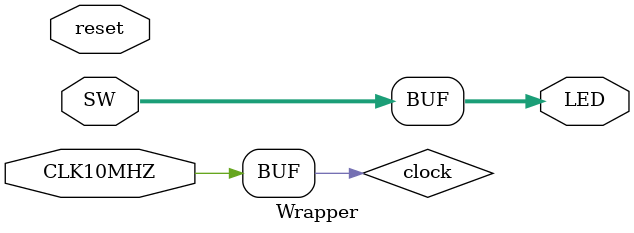
<source format=v>
`timescale 1ns / 1ps
/**
 * 
 * READ THIS DESCRIPTION:
 *
 * This is the Wrapper module that will serve as the header file combining your processor, 
 * RegFile and Memory elements together.
 *
 * This file will be used to generate the bitstream to upload to the FPGA.
 * We have provided a sibling file, Wrapper_tb.v so that you can test your processor's functionality.
 * 
 * We will be using our own separate Wrapper_tb.v to test your code. You are allowed to make changes to the Wrapper files 
 * for your own individual testing, but we expect your final processor.v and memory modules to work with the 
 * provided Wrapper interface.
 * 
 * Refer to Lab 5 documents for detailed instructions on how to interface 
 * with the memory elements. Each imem and dmem modules will take 12-bit 
 * addresses and will allow for storing of 32-bit values at each address. 
 * Each memory module should receive a single clock. At which edges, is 
 * purely a design choice (and thereby up to you). 
 * 
 * You must change line 36 to add the memory file of the test you created using the assembler
 * For example, you would add sample inside of the quotes on line 38 after assembling sample.s
 *
 **/

module Wrapper (input CLK10MHZ, reset, input [15:0] SW,
    output [15:0] LED
    );
    
    assign LED = SW;
    wire clock = CLK10MHZ;

	wire rwe, mwe;
	wire[4:0] rd, rs1, rs2;
	wire[31:0] instAddr, instData, 
		rData, regA, regB,
		memAddr, memDataIn, memDataOut;


	// ADD YOUR MEMORY FILE HERE
	localparam INSTR_FILE = "C:/Users/johnj/dev/ece350/processor/Test Files/Memory Files/sort";
	
	// Main Processing Unit
	processor CPU(.clock(clock), .reset(reset), 
								
		// ROM
		.address_imem(instAddr), .q_imem(instData),
									
		// Regfile
		.ctrl_writeEnable(rwe),     .ctrl_writeReg(rd),
		.ctrl_readRegA(rs1),     .ctrl_readRegB(rs2), 
		.data_writeReg(rData), .data_readRegA(regA), .data_readRegB(regB),
									
		// RAM
		.wren(mwe), .address_dmem(memAddr), 
		.data(memDataIn), .q_dmem(memDataOut)); 
	
	// Instruction Memory (ROM)
	ROM #(.MEMFILE({INSTR_FILE, ".mem"}))
	InstMem(.clk(clock), 
		.addr(instAddr[11:0]), 
		.dataOut(instData));
	
	// Register File
	regfile RegisterFile(.clock(clock), 
		.ctrl_writeEnable(rwe), .ctrl_reset(reset), 
		.ctrl_writeReg(rd),
		.ctrl_readRegA(rs1), .ctrl_readRegB(rs2), 
		.data_writeReg(rData), .data_readRegA(regA), .data_readRegB(regB));
						
	// Processor Memory (RAM)
	RAM ProcMem(.clk(clock), 
		.wEn(mwe), 
		.addr(memAddr[11:0]), 
		.dataIn(memDataIn), 
		.dataOut(memDataOut));

endmodule

</source>
